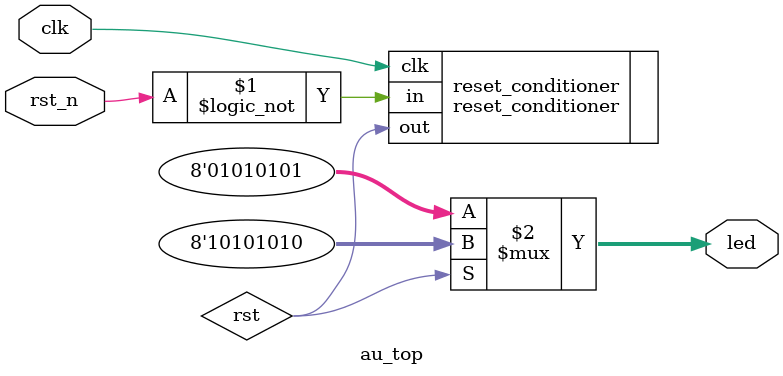
<source format=v>
module au_top(
    input clk,
    input rst_n,
    output[7:0] led
    );
    
    wire rst;
    
    reset_conditioner reset_conditioner(.clk(clk), .in(!rst_n), .out(rst));
    
    assign led = rst ? 8'hAA : 8'h55;
    
endmodule

</source>
